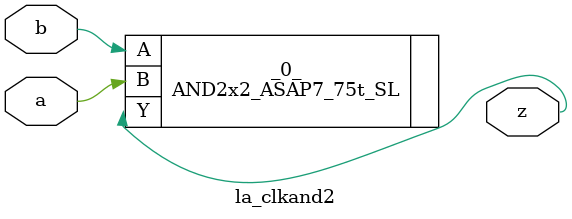
<source format=v>
/* Generated by Yosys 0.37 (git sha1 a5c7f69ed, clang 14.0.0-1ubuntu1.1 -fPIC -Os) */

module la_clkand2(a, b, z);
  input a;
  wire a;
  input b;
  wire b;
  output z;
  wire z;
  AND2x2_ASAP7_75t_SL _0_ (
    .A(b),
    .B(a),
    .Y(z)
  );
endmodule

</source>
